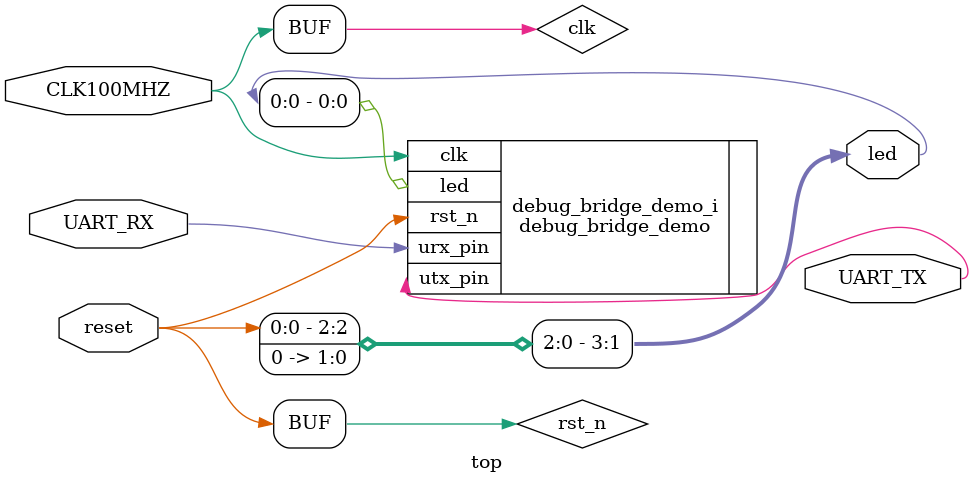
<source format=sv>
`include "svc.sv"

`include "debug_bridge_demo/debug_bridge_demo.sv"

module top (
    input  wire       CLK100MHZ,
    input  wire       reset,
    output wire [3:0] led,
    input  wire       UART_RX,
    output wire       UART_TX
);
  localparam CLOCK_FREQ = 100_000_000;
  localparam BAUD_RATE = 115_200;

  wire clk;
  wire rst_n;

  assign led[3] = reset;
  assign led[2] = 1'b0;
  assign led[1] = 1'b0;

  assign clk    = CLK100MHZ;
  assign rst_n  = reset;

  debug_bridge_demo debug_bridge_demo_i (
      .clk  (clk),
      .rst_n(rst_n),

      .urx_pin(UART_RX),
      .utx_pin(UART_TX),

      .led(led[0])
  );

endmodule

</source>
